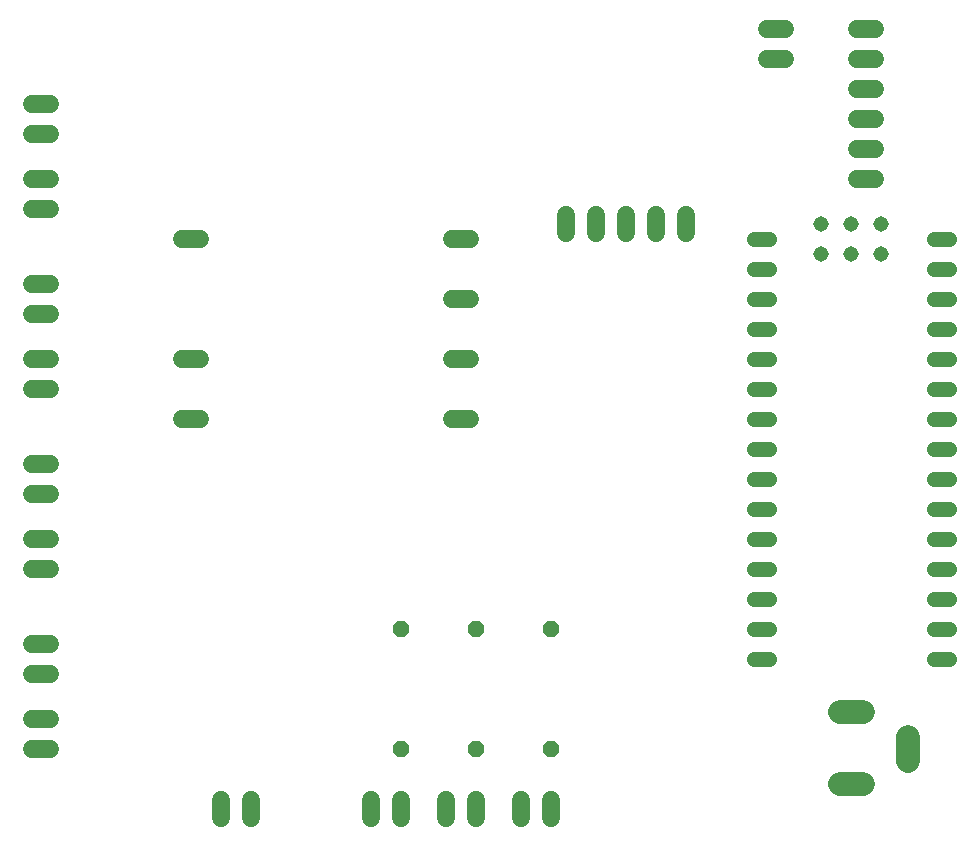
<source format=gbr>
G04 EAGLE Gerber X2 export*
%TF.Part,Single*%
%TF.FileFunction,Copper,L1,Top,Mixed*%
%TF.FilePolarity,Positive*%
%TF.GenerationSoftware,Autodesk,EAGLE,9.1.0*%
%TF.CreationDate,2019-04-29T08:05:55Z*%
G75*
%MOMM*%
%FSLAX34Y34*%
%LPD*%
%AMOC8*
5,1,8,0,0,1.08239X$1,22.5*%
G01*
%ADD10C,2.000000*%
%ADD11C,1.508000*%
%ADD12C,1.524000*%
%ADD13P,1.429621X8X112.500000*%
%ADD14C,1.308000*%
%ADD15C,1.308000*%


D10*
X746600Y132600D02*
X726600Y132600D01*
X726600Y71600D02*
X746600Y71600D01*
X784600Y91600D02*
X784600Y111600D01*
D11*
X185340Y381000D02*
X170260Y381000D01*
X170260Y431800D02*
X185340Y431800D01*
X185340Y533400D02*
X170260Y533400D01*
X398860Y381000D02*
X413940Y381000D01*
X413940Y431800D02*
X398860Y431800D01*
X398860Y482600D02*
X413940Y482600D01*
X413940Y533400D02*
X398860Y533400D01*
D12*
X58420Y622300D02*
X43180Y622300D01*
X43180Y647700D02*
X58420Y647700D01*
X58420Y469900D02*
X43180Y469900D01*
X43180Y495300D02*
X58420Y495300D01*
X58420Y317500D02*
X43180Y317500D01*
X43180Y342900D02*
X58420Y342900D01*
X58420Y165100D02*
X43180Y165100D01*
X43180Y190500D02*
X58420Y190500D01*
D13*
X482600Y101600D03*
X482600Y203200D03*
X419100Y101600D03*
X419100Y203200D03*
X355600Y101600D03*
X355600Y203200D03*
D12*
X58420Y558800D02*
X43180Y558800D01*
X43180Y584200D02*
X58420Y584200D01*
X58420Y406400D02*
X43180Y406400D01*
X43180Y431800D02*
X58420Y431800D01*
X58420Y254000D02*
X43180Y254000D01*
X43180Y279400D02*
X58420Y279400D01*
X58420Y101600D02*
X43180Y101600D01*
X43180Y127000D02*
X58420Y127000D01*
X355600Y58420D02*
X355600Y43180D01*
X330200Y43180D02*
X330200Y58420D01*
X419100Y58420D02*
X419100Y43180D01*
X393700Y43180D02*
X393700Y58420D01*
X482600Y58420D02*
X482600Y43180D01*
X457200Y43180D02*
X457200Y58420D01*
X596900Y538480D02*
X596900Y553720D01*
X571500Y553720D02*
X571500Y538480D01*
X546100Y538480D02*
X546100Y553720D01*
X520700Y553720D02*
X520700Y538480D01*
X495300Y538480D02*
X495300Y553720D01*
D14*
X653860Y533400D02*
X666940Y533400D01*
X666940Y508000D02*
X653860Y508000D01*
X653860Y482600D02*
X666940Y482600D01*
X666940Y457200D02*
X653860Y457200D01*
X653860Y431800D02*
X666940Y431800D01*
X666940Y406400D02*
X653860Y406400D01*
X653860Y381000D02*
X666940Y381000D01*
X666940Y355600D02*
X653860Y355600D01*
X653860Y330200D02*
X666940Y330200D01*
X666940Y304800D02*
X653860Y304800D01*
X653860Y279400D02*
X666940Y279400D01*
X666940Y254000D02*
X653860Y254000D01*
X806260Y533400D02*
X819340Y533400D01*
X819340Y508000D02*
X806260Y508000D01*
X806260Y482600D02*
X819340Y482600D01*
X819340Y330200D02*
X806260Y330200D01*
X806260Y304800D02*
X819340Y304800D01*
X819340Y279400D02*
X806260Y279400D01*
X806260Y254000D02*
X819340Y254000D01*
X819340Y177800D02*
X806260Y177800D01*
X666940Y177800D02*
X653860Y177800D01*
X653860Y203200D02*
X666940Y203200D01*
X666940Y228600D02*
X653860Y228600D01*
X806260Y203200D02*
X819340Y203200D01*
X819340Y228600D02*
X806260Y228600D01*
X806260Y457200D02*
X819340Y457200D01*
D15*
X762000Y520700D03*
X736600Y520700D03*
X711200Y520700D03*
D14*
X806260Y355600D02*
X819340Y355600D01*
X819340Y381000D02*
X806260Y381000D01*
X806260Y406400D02*
X819340Y406400D01*
X819340Y431800D02*
X806260Y431800D01*
D15*
X762000Y546100D03*
X736600Y546100D03*
X711200Y546100D03*
D12*
X203200Y58420D02*
X203200Y43180D01*
X228600Y43180D02*
X228600Y58420D01*
X665480Y711200D02*
X680720Y711200D01*
X680720Y685800D02*
X665480Y685800D01*
X741680Y584200D02*
X756920Y584200D01*
X756920Y609600D02*
X741680Y609600D01*
X741680Y635000D02*
X756920Y635000D01*
X756920Y660400D02*
X741680Y660400D01*
X741680Y685800D02*
X756920Y685800D01*
X756920Y711200D02*
X741680Y711200D01*
M02*

</source>
